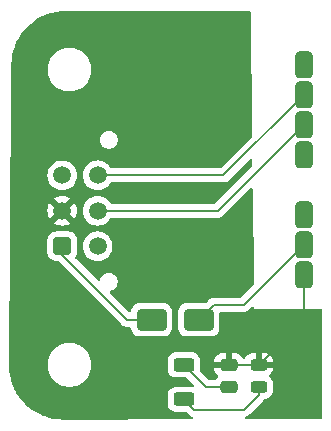
<source format=gbr>
%TF.GenerationSoftware,KiCad,Pcbnew,8.0.4*%
%TF.CreationDate,2024-11-03T19:16:22-06:00*%
%TF.ProjectId,M1 Schematic,4d312053-6368-4656-9d61-7469632e6b69,rev?*%
%TF.SameCoordinates,Original*%
%TF.FileFunction,Copper,L1,Top*%
%TF.FilePolarity,Positive*%
%FSLAX46Y46*%
G04 Gerber Fmt 4.6, Leading zero omitted, Abs format (unit mm)*
G04 Created by KiCad (PCBNEW 8.0.4) date 2024-11-03 19:16:22*
%MOMM*%
%LPD*%
G01*
G04 APERTURE LIST*
G04 Aperture macros list*
%AMRoundRect*
0 Rectangle with rounded corners*
0 $1 Rounding radius*
0 $2 $3 $4 $5 $6 $7 $8 $9 X,Y pos of 4 corners*
0 Add a 4 corners polygon primitive as box body*
4,1,4,$2,$3,$4,$5,$6,$7,$8,$9,$2,$3,0*
0 Add four circle primitives for the rounded corners*
1,1,$1+$1,$2,$3*
1,1,$1+$1,$4,$5*
1,1,$1+$1,$6,$7*
1,1,$1+$1,$8,$9*
0 Add four rect primitives between the rounded corners*
20,1,$1+$1,$2,$3,$4,$5,0*
20,1,$1+$1,$4,$5,$6,$7,0*
20,1,$1+$1,$6,$7,$8,$9,0*
20,1,$1+$1,$8,$9,$2,$3,0*%
G04 Aperture macros list end*
%TA.AperFunction,SMDPad,CuDef*%
%ADD10RoundRect,0.250000X0.475000X-0.250000X0.475000X0.250000X-0.475000X0.250000X-0.475000X-0.250000X0*%
%TD*%
%TA.AperFunction,SMDPad,CuDef*%
%ADD11RoundRect,0.243750X-0.456250X0.243750X-0.456250X-0.243750X0.456250X-0.243750X0.456250X0.243750X0*%
%TD*%
%TA.AperFunction,SMDPad,CuDef*%
%ADD12RoundRect,0.381000X0.381000X-0.762000X0.381000X0.762000X-0.381000X0.762000X-0.381000X-0.762000X0*%
%TD*%
%TA.AperFunction,SMDPad,CuDef*%
%ADD13RoundRect,0.250000X1.000000X0.650000X-1.000000X0.650000X-1.000000X-0.650000X1.000000X-0.650000X0*%
%TD*%
%TA.AperFunction,ComponentPad*%
%ADD14RoundRect,0.250001X0.499999X-0.499999X0.499999X0.499999X-0.499999X0.499999X-0.499999X-0.499999X0*%
%TD*%
%TA.AperFunction,ComponentPad*%
%ADD15C,1.500000*%
%TD*%
%TA.AperFunction,SMDPad,CuDef*%
%ADD16RoundRect,0.250000X-0.625000X0.312500X-0.625000X-0.312500X0.625000X-0.312500X0.625000X0.312500X0*%
%TD*%
%TA.AperFunction,Conductor*%
%ADD17C,0.200000*%
%TD*%
G04 APERTURE END LIST*
D10*
%TO.P,C1,1*%
%TO.N,Net-(D1-K)*%
X155730000Y-108180000D03*
%TO.P,C1,2*%
%TO.N,GND*%
X155730000Y-106280000D03*
%TD*%
D11*
%TO.P,D2,1,K*%
%TO.N,GND*%
X158270000Y-106280000D03*
%TO.P,D2,2,A*%
%TO.N,Net-(D2-A)*%
X158270000Y-108155000D03*
%TD*%
D12*
%TO.P,SPAN02A2,1,Vin-*%
%TO.N,GND*%
X162080000Y-98660000D03*
%TO.P,SPAN02A2,2,Vin+*%
%TO.N,Net-(D1-K)*%
X162080000Y-96120000D03*
%TO.P,SPAN02A2,3,RC*%
%TO.N,unconnected-(SPAN02A2-RC-Pad3)*%
X162080000Y-93580000D03*
%TO.P,SPAN02A2,5,NC*%
%TO.N,unconnected-(SPAN02A2-NC-Pad5)*%
X162080000Y-88500000D03*
%TO.P,SPAN02A2,6,Vout+*%
%TO.N,+12P*%
X162080000Y-85960000D03*
%TO.P,SPAN02A2,7,Vout-*%
%TO.N,GNDD*%
X162080000Y-83420000D03*
%TO.P,SPAN02A2,8,NC*%
%TO.N,unconnected-(SPAN02A2-NC-Pad8)*%
X162080000Y-80880000D03*
%TD*%
D13*
%TO.P,D1,1,K*%
%TO.N,Net-(D1-K)*%
X153190000Y-102470000D03*
%TO.P,D1,2,A*%
%TO.N,Net-(D1-A)*%
X149190000Y-102470000D03*
%TD*%
D14*
%TO.P,J1,1,Pin_1*%
%TO.N,Net-(D1-A)*%
X141630000Y-96230000D03*
D15*
%TO.P,J1,2,Pin_2*%
%TO.N,GND*%
X141630000Y-93230000D03*
%TO.P,J1,3,Pin_3*%
%TO.N,unconnected-(J1-Pin_3-Pad3)*%
X141630000Y-90230000D03*
%TO.P,J1,4,Pin_4*%
%TO.N,unconnected-(J1-Pin_4-Pad4)*%
X144630000Y-96230000D03*
%TO.P,J1,5,Pin_5*%
%TO.N,+12P*%
X144630000Y-93230000D03*
%TO.P,J1,6,Pin_6*%
%TO.N,GNDD*%
X144630000Y-90230000D03*
%TD*%
D16*
%TO.P,R1,1*%
%TO.N,Net-(D1-K)*%
X151920000Y-106280000D03*
%TO.P,R1,2*%
%TO.N,Net-(D2-A)*%
X151920000Y-109205000D03*
%TD*%
D17*
%TO.N,Net-(D2-A)*%
X158270000Y-108820000D02*
X158270000Y-108155000D01*
X152805000Y-110090000D02*
X157000000Y-110090000D01*
X151920000Y-109205000D02*
X152805000Y-110090000D01*
X157000000Y-110090000D02*
X158270000Y-108820000D01*
%TO.N,Net-(D1-K)*%
X154460000Y-101200000D02*
X157000000Y-101200000D01*
X157000000Y-101200000D02*
X162080000Y-96120000D01*
X153820000Y-108180000D02*
X155730000Y-108180000D01*
X151920000Y-106280000D02*
X153820000Y-108180000D01*
X153190000Y-102470000D02*
X154460000Y-101200000D01*
%TO.N,GND*%
X162080000Y-102470000D02*
X158270000Y-106280000D01*
X155730000Y-106280000D02*
X158270000Y-106280000D01*
X162080000Y-98660000D02*
X162080000Y-102470000D01*
%TO.N,Net-(D1-A)*%
X141630000Y-96979999D02*
X147120001Y-102470000D01*
X141630000Y-96230000D02*
X141630000Y-96979999D01*
X147120001Y-102470000D02*
X149190000Y-102470000D01*
%TO.N,GNDD*%
X144630000Y-90230000D02*
X155270000Y-90230000D01*
X155270000Y-90230000D02*
X162080000Y-83420000D01*
%TO.N,+12P*%
X144630000Y-93230000D02*
X154810000Y-93230000D01*
X154810000Y-93230000D02*
X162080000Y-85960000D01*
%TD*%
%TA.AperFunction,Conductor*%
%TO.N,GND*%
G36*
X157458198Y-76321694D02*
G01*
X157525220Y-76341426D01*
X157570937Y-76394263D01*
X157582098Y-76444270D01*
X157702048Y-86895922D01*
X157683134Y-86963183D01*
X157665737Y-86985026D01*
X155057584Y-89593181D01*
X154996261Y-89626666D01*
X154969903Y-89629500D01*
X145800655Y-89629500D01*
X145733616Y-89609815D01*
X145699080Y-89576623D01*
X145591599Y-89423124D01*
X145550179Y-89381704D01*
X145436877Y-89268402D01*
X145257639Y-89142898D01*
X145257640Y-89142898D01*
X145257638Y-89142897D01*
X145158484Y-89096661D01*
X145059330Y-89050425D01*
X145059326Y-89050424D01*
X145059322Y-89050422D01*
X144847977Y-88993793D01*
X144630002Y-88974723D01*
X144629998Y-88974723D01*
X144484682Y-88987436D01*
X144412023Y-88993793D01*
X144412020Y-88993793D01*
X144200677Y-89050422D01*
X144200668Y-89050426D01*
X144002361Y-89142898D01*
X144002357Y-89142900D01*
X143823121Y-89268402D01*
X143668402Y-89423121D01*
X143542900Y-89602357D01*
X143542898Y-89602361D01*
X143450426Y-89800668D01*
X143450422Y-89800677D01*
X143393793Y-90012020D01*
X143393793Y-90012024D01*
X143374723Y-90229997D01*
X143374723Y-90230002D01*
X143393793Y-90447975D01*
X143393793Y-90447979D01*
X143450422Y-90659322D01*
X143450424Y-90659326D01*
X143450425Y-90659330D01*
X143496661Y-90758484D01*
X143542897Y-90857638D01*
X143542898Y-90857639D01*
X143668402Y-91036877D01*
X143823123Y-91191598D01*
X144002361Y-91317102D01*
X144200670Y-91409575D01*
X144412023Y-91466207D01*
X144594926Y-91482208D01*
X144629998Y-91485277D01*
X144630000Y-91485277D01*
X144630002Y-91485277D01*
X144658254Y-91482805D01*
X144847977Y-91466207D01*
X145059330Y-91409575D01*
X145257639Y-91317102D01*
X145436877Y-91191598D01*
X145591598Y-91036877D01*
X145699081Y-90883374D01*
X145753657Y-90839751D01*
X145800655Y-90830500D01*
X155183331Y-90830500D01*
X155183347Y-90830501D01*
X155190943Y-90830501D01*
X155349054Y-90830501D01*
X155349057Y-90830501D01*
X155501785Y-90789577D01*
X155551904Y-90760639D01*
X155638716Y-90710520D01*
X155750520Y-90598716D01*
X155750520Y-90598714D01*
X155760728Y-90588507D01*
X155760730Y-90588504D01*
X157513630Y-88835603D01*
X157574949Y-88802121D01*
X157644641Y-88807105D01*
X157700574Y-88848977D01*
X157724991Y-88914441D01*
X157725299Y-88921864D01*
X157730868Y-89407101D01*
X157711954Y-89474362D01*
X157694557Y-89496205D01*
X154597584Y-92593181D01*
X154536261Y-92626666D01*
X154509903Y-92629500D01*
X145800655Y-92629500D01*
X145733616Y-92609815D01*
X145699080Y-92576623D01*
X145591599Y-92423124D01*
X145591596Y-92423121D01*
X145436877Y-92268402D01*
X145298978Y-92171844D01*
X145257638Y-92142897D01*
X145103204Y-92070884D01*
X145059330Y-92050425D01*
X145059326Y-92050424D01*
X145059322Y-92050422D01*
X144847977Y-91993793D01*
X144630002Y-91974723D01*
X144629998Y-91974723D01*
X144504609Y-91985693D01*
X144412023Y-91993793D01*
X144412020Y-91993793D01*
X144200677Y-92050422D01*
X144200668Y-92050426D01*
X144002361Y-92142898D01*
X144002357Y-92142900D01*
X143823121Y-92268402D01*
X143668402Y-92423121D01*
X143542900Y-92602357D01*
X143542898Y-92602361D01*
X143450426Y-92800668D01*
X143450422Y-92800677D01*
X143393793Y-93012020D01*
X143393793Y-93012024D01*
X143374723Y-93229997D01*
X143374723Y-93230002D01*
X143393793Y-93447975D01*
X143393793Y-93447979D01*
X143450422Y-93659322D01*
X143450424Y-93659326D01*
X143450425Y-93659330D01*
X143488042Y-93740000D01*
X143542897Y-93857638D01*
X143542898Y-93857639D01*
X143668402Y-94036877D01*
X143823123Y-94191598D01*
X144002361Y-94317102D01*
X144200670Y-94409575D01*
X144412023Y-94466207D01*
X144594926Y-94482208D01*
X144629998Y-94485277D01*
X144630000Y-94485277D01*
X144630002Y-94485277D01*
X144658254Y-94482805D01*
X144847977Y-94466207D01*
X145059330Y-94409575D01*
X145257639Y-94317102D01*
X145436877Y-94191598D01*
X145591598Y-94036877D01*
X145699081Y-93883374D01*
X145753657Y-93839751D01*
X145800655Y-93830500D01*
X154723331Y-93830500D01*
X154723347Y-93830501D01*
X154730943Y-93830501D01*
X154889054Y-93830501D01*
X154889057Y-93830501D01*
X155041785Y-93789577D01*
X155091904Y-93760639D01*
X155178716Y-93710520D01*
X155290520Y-93598716D01*
X155290520Y-93598714D01*
X155300728Y-93588507D01*
X155300729Y-93588504D01*
X157542451Y-91346783D01*
X157603769Y-91313301D01*
X157673461Y-91318285D01*
X157729394Y-91360157D01*
X157753811Y-91425621D01*
X157754119Y-91433044D01*
X157846148Y-99451822D01*
X157827234Y-99519083D01*
X157809837Y-99540926D01*
X156787584Y-100563181D01*
X156726261Y-100596666D01*
X156699903Y-100599500D01*
X154539057Y-100599500D01*
X154380942Y-100599500D01*
X154228215Y-100640423D01*
X154228214Y-100640423D01*
X154228212Y-100640424D01*
X154228209Y-100640425D01*
X154178096Y-100669359D01*
X154178095Y-100669360D01*
X154134689Y-100694420D01*
X154091285Y-100719479D01*
X154091282Y-100719481D01*
X153979478Y-100831286D01*
X153777582Y-101033181D01*
X153716259Y-101066666D01*
X153689901Y-101069500D01*
X152139998Y-101069500D01*
X152139981Y-101069501D01*
X152037203Y-101080000D01*
X152037200Y-101080001D01*
X151870668Y-101135185D01*
X151870663Y-101135187D01*
X151721342Y-101227289D01*
X151597289Y-101351342D01*
X151505187Y-101500663D01*
X151505185Y-101500668D01*
X151488943Y-101549685D01*
X151450001Y-101667203D01*
X151450001Y-101667204D01*
X151450000Y-101667204D01*
X151439500Y-101769983D01*
X151439500Y-103170001D01*
X151439501Y-103170018D01*
X151450000Y-103272796D01*
X151450001Y-103272799D01*
X151505185Y-103439331D01*
X151505186Y-103439334D01*
X151597288Y-103588656D01*
X151721344Y-103712712D01*
X151870666Y-103804814D01*
X152037203Y-103859999D01*
X152139991Y-103870500D01*
X154240008Y-103870499D01*
X154342797Y-103859999D01*
X154509334Y-103804814D01*
X154658656Y-103712712D01*
X154782712Y-103588656D01*
X154874814Y-103439334D01*
X154929999Y-103272797D01*
X154940500Y-103170009D01*
X154940499Y-101924499D01*
X154960184Y-101857461D01*
X155012987Y-101811706D01*
X155064499Y-101800500D01*
X156913331Y-101800500D01*
X156913347Y-101800501D01*
X156920943Y-101800501D01*
X157079054Y-101800501D01*
X157079057Y-101800501D01*
X157231785Y-101759577D01*
X157281904Y-101730639D01*
X157368716Y-101680520D01*
X157480520Y-101568716D01*
X157480521Y-101568713D01*
X157657732Y-101391501D01*
X157719050Y-101358020D01*
X157788741Y-101363004D01*
X157844675Y-101404875D01*
X157869092Y-101470340D01*
X157869400Y-101477762D01*
X157869999Y-101529999D01*
X157870000Y-101530000D01*
X163526000Y-101530000D01*
X163593039Y-101549685D01*
X163638794Y-101602489D01*
X163650000Y-101654000D01*
X163650000Y-110772865D01*
X163630315Y-110839904D01*
X163577511Y-110885659D01*
X163526072Y-110896865D01*
X157237245Y-110900507D01*
X157170194Y-110880861D01*
X157124408Y-110828084D01*
X157114425Y-110758931D01*
X157143413Y-110695359D01*
X157202169Y-110657550D01*
X157205047Y-110656741D01*
X157231785Y-110649577D01*
X157281904Y-110620639D01*
X157368716Y-110570520D01*
X157480520Y-110458716D01*
X157480520Y-110458714D01*
X157490728Y-110448507D01*
X157490730Y-110448504D01*
X158638713Y-109300521D01*
X158638716Y-109300520D01*
X158750520Y-109188716D01*
X158750524Y-109188708D01*
X158753858Y-109184364D01*
X158810282Y-109143155D01*
X158839637Y-109136483D01*
X158877775Y-109132587D01*
X159042925Y-109077862D01*
X159191003Y-108986526D01*
X159314026Y-108863503D01*
X159405362Y-108715425D01*
X159460087Y-108550275D01*
X159470500Y-108448348D01*
X159470500Y-107861652D01*
X159460087Y-107759725D01*
X159405362Y-107594575D01*
X159405358Y-107594569D01*
X159405357Y-107594566D01*
X159314028Y-107446500D01*
X159314025Y-107446496D01*
X159191003Y-107323474D01*
X159190995Y-107323468D01*
X159189812Y-107322738D01*
X159189171Y-107322025D01*
X159185336Y-107318993D01*
X159185854Y-107318337D01*
X159143091Y-107270787D01*
X159131875Y-107201823D01*
X159159723Y-107137743D01*
X159185123Y-107115738D01*
X159185023Y-107115612D01*
X159187842Y-107113382D01*
X159189832Y-107111659D01*
X159190692Y-107111128D01*
X159313629Y-106988191D01*
X159404903Y-106840214D01*
X159404905Y-106840209D01*
X159459592Y-106675173D01*
X159469999Y-106573315D01*
X159470000Y-106573302D01*
X159470000Y-106530000D01*
X158144000Y-106530000D01*
X158076961Y-106510315D01*
X158031206Y-106457511D01*
X158020000Y-106406000D01*
X158020000Y-106030000D01*
X158520000Y-106030000D01*
X159470000Y-106030000D01*
X159470000Y-105986697D01*
X159469999Y-105986684D01*
X159459592Y-105884826D01*
X159404905Y-105719790D01*
X159404903Y-105719785D01*
X159313629Y-105571808D01*
X159190691Y-105448870D01*
X159042714Y-105357596D01*
X159042709Y-105357594D01*
X158877673Y-105302907D01*
X158775815Y-105292500D01*
X158520000Y-105292500D01*
X158520000Y-106030000D01*
X158020000Y-106030000D01*
X158020000Y-105292500D01*
X157764184Y-105292500D01*
X157662326Y-105302907D01*
X157497290Y-105357594D01*
X157497285Y-105357596D01*
X157349308Y-105448870D01*
X157226370Y-105571808D01*
X157135096Y-105719785D01*
X157135093Y-105719793D01*
X157131406Y-105730919D01*
X157091631Y-105788362D01*
X157027113Y-105815182D01*
X156958338Y-105802863D01*
X156907141Y-105755318D01*
X156895995Y-105730911D01*
X156889356Y-105710877D01*
X156889356Y-105710875D01*
X156797315Y-105561654D01*
X156673345Y-105437684D01*
X156524124Y-105345643D01*
X156524119Y-105345641D01*
X156357697Y-105290494D01*
X156357690Y-105290493D01*
X156254986Y-105280000D01*
X155980000Y-105280000D01*
X155980000Y-106406000D01*
X155960315Y-106473039D01*
X155907511Y-106518794D01*
X155856000Y-106530000D01*
X154505001Y-106530000D01*
X154505001Y-106579986D01*
X154515494Y-106682697D01*
X154570641Y-106849119D01*
X154570643Y-106849124D01*
X154662684Y-106998345D01*
X154786655Y-107122316D01*
X154786659Y-107122319D01*
X154789656Y-107124168D01*
X154791279Y-107125972D01*
X154792323Y-107126798D01*
X154792181Y-107126976D01*
X154836381Y-107176116D01*
X154847602Y-107245079D01*
X154819759Y-107309161D01*
X154789661Y-107335241D01*
X154786349Y-107337283D01*
X154786343Y-107337288D01*
X154662289Y-107461342D01*
X154662288Y-107461344D01*
X154625846Y-107520427D01*
X154625741Y-107520597D01*
X154573793Y-107567321D01*
X154520202Y-107579500D01*
X154120098Y-107579500D01*
X154053059Y-107559815D01*
X154032417Y-107543181D01*
X153321986Y-106832750D01*
X153288501Y-106771427D01*
X153286309Y-106732470D01*
X153295500Y-106642509D01*
X153295499Y-105980013D01*
X154505000Y-105980013D01*
X154505000Y-106030000D01*
X155480000Y-106030000D01*
X155480000Y-105280000D01*
X155205029Y-105280000D01*
X155205012Y-105280001D01*
X155102302Y-105290494D01*
X154935880Y-105345641D01*
X154935875Y-105345643D01*
X154786654Y-105437684D01*
X154662684Y-105561654D01*
X154570643Y-105710875D01*
X154570641Y-105710880D01*
X154515494Y-105877302D01*
X154515493Y-105877309D01*
X154505000Y-105980013D01*
X153295499Y-105980013D01*
X153295499Y-105917492D01*
X153284999Y-105814703D01*
X153229814Y-105648166D01*
X153137712Y-105498844D01*
X153013656Y-105374788D01*
X152876993Y-105290494D01*
X152864336Y-105282687D01*
X152864331Y-105282685D01*
X152856228Y-105280000D01*
X152697797Y-105227501D01*
X152697795Y-105227500D01*
X152595010Y-105217000D01*
X151244998Y-105217000D01*
X151244981Y-105217001D01*
X151142203Y-105227500D01*
X151142200Y-105227501D01*
X150975668Y-105282685D01*
X150975663Y-105282687D01*
X150826342Y-105374789D01*
X150702289Y-105498842D01*
X150610187Y-105648163D01*
X150610185Y-105648168D01*
X150598345Y-105683900D01*
X150555001Y-105814703D01*
X150555001Y-105814704D01*
X150555000Y-105814704D01*
X150544500Y-105917483D01*
X150544500Y-106642501D01*
X150544501Y-106642519D01*
X150555000Y-106745296D01*
X150555001Y-106745299D01*
X150589406Y-106849124D01*
X150610186Y-106911834D01*
X150702288Y-107061156D01*
X150826344Y-107185212D01*
X150975666Y-107277314D01*
X151142203Y-107332499D01*
X151244991Y-107343000D01*
X152082401Y-107342999D01*
X152149440Y-107362683D01*
X152170082Y-107379318D01*
X152724732Y-107933968D01*
X152758217Y-107995291D01*
X152753233Y-108064983D01*
X152711361Y-108120916D01*
X152645897Y-108145333D01*
X152624450Y-108145007D01*
X152595012Y-108142000D01*
X151244998Y-108142000D01*
X151244981Y-108142001D01*
X151142203Y-108152500D01*
X151142200Y-108152501D01*
X150975668Y-108207685D01*
X150975663Y-108207687D01*
X150826342Y-108299789D01*
X150702289Y-108423842D01*
X150610187Y-108573163D01*
X150610185Y-108573168D01*
X150590058Y-108633908D01*
X150555001Y-108739703D01*
X150555001Y-108739704D01*
X150555000Y-108739704D01*
X150544500Y-108842483D01*
X150544500Y-109567501D01*
X150544501Y-109567519D01*
X150555000Y-109670296D01*
X150555001Y-109670299D01*
X150610185Y-109836831D01*
X150610187Y-109836836D01*
X150645069Y-109893388D01*
X150702288Y-109986156D01*
X150826344Y-110110212D01*
X150975666Y-110202314D01*
X151142203Y-110257499D01*
X151244991Y-110268000D01*
X152082402Y-110267999D01*
X152149441Y-110287683D01*
X152170083Y-110304318D01*
X152320139Y-110454374D01*
X152320149Y-110454385D01*
X152324479Y-110458715D01*
X152324480Y-110458716D01*
X152436284Y-110570520D01*
X152523095Y-110620639D01*
X152523097Y-110620641D01*
X152573213Y-110649576D01*
X152573215Y-110649577D01*
X152609989Y-110659430D01*
X152669649Y-110695795D01*
X152700178Y-110758641D01*
X152691884Y-110828017D01*
X152647398Y-110881895D01*
X152580847Y-110903170D01*
X152577967Y-110903205D01*
X141712732Y-110909497D01*
X141707252Y-110909379D01*
X141316277Y-110892310D01*
X141305501Y-110891367D01*
X141216792Y-110879688D01*
X140920151Y-110840634D01*
X140909498Y-110838756D01*
X140530021Y-110754628D01*
X140519572Y-110751828D01*
X140148879Y-110634949D01*
X140138714Y-110631249D01*
X140113106Y-110620642D01*
X139992098Y-110570519D01*
X139779618Y-110482507D01*
X139769814Y-110477935D01*
X139425057Y-110298465D01*
X139415689Y-110293057D01*
X139087869Y-110084213D01*
X139079008Y-110078008D01*
X138770646Y-109841394D01*
X138762359Y-109834440D01*
X138475795Y-109571853D01*
X138468146Y-109564204D01*
X138205559Y-109277640D01*
X138198605Y-109269353D01*
X137961991Y-108960991D01*
X137955786Y-108952130D01*
X137899324Y-108863503D01*
X137746941Y-108624309D01*
X137741534Y-108614942D01*
X137577475Y-108299789D01*
X137562061Y-108270178D01*
X137557492Y-108260381D01*
X137408744Y-107901270D01*
X137405055Y-107891135D01*
X137288168Y-107520416D01*
X137285374Y-107509990D01*
X137201241Y-107130493D01*
X137199365Y-107119848D01*
X137198824Y-107115738D01*
X137148630Y-106734477D01*
X137147690Y-106723743D01*
X137130648Y-106333425D01*
X137130534Y-106327136D01*
X137131792Y-106158711D01*
X140389500Y-106158711D01*
X140389500Y-106401288D01*
X140421161Y-106641785D01*
X140483947Y-106876104D01*
X140576773Y-107100205D01*
X140576777Y-107100214D01*
X140592125Y-107126798D01*
X140698064Y-107310289D01*
X140698066Y-107310292D01*
X140698067Y-107310293D01*
X140845733Y-107502736D01*
X140845739Y-107502743D01*
X141017256Y-107674260D01*
X141017263Y-107674266D01*
X141052222Y-107701091D01*
X141209711Y-107821936D01*
X141419788Y-107943224D01*
X141643900Y-108036054D01*
X141878211Y-108098838D01*
X142045913Y-108120916D01*
X142118711Y-108130500D01*
X142118712Y-108130500D01*
X142361289Y-108130500D01*
X142409388Y-108124167D01*
X142601789Y-108098838D01*
X142836100Y-108036054D01*
X143060212Y-107943224D01*
X143270289Y-107821936D01*
X143462738Y-107674265D01*
X143634265Y-107502738D01*
X143781936Y-107310289D01*
X143903224Y-107100212D01*
X143996054Y-106876100D01*
X144058838Y-106641789D01*
X144090500Y-106401288D01*
X144090500Y-106158712D01*
X144058838Y-105918211D01*
X143996054Y-105683900D01*
X143903224Y-105459788D01*
X143781936Y-105249711D01*
X143634265Y-105057262D01*
X143634260Y-105057256D01*
X143462743Y-104885739D01*
X143462736Y-104885733D01*
X143270293Y-104738067D01*
X143270292Y-104738066D01*
X143270289Y-104738064D01*
X143060212Y-104616776D01*
X143060205Y-104616773D01*
X142836104Y-104523947D01*
X142601785Y-104461161D01*
X142361289Y-104429500D01*
X142361288Y-104429500D01*
X142118712Y-104429500D01*
X142118711Y-104429500D01*
X141878214Y-104461161D01*
X141643895Y-104523947D01*
X141419794Y-104616773D01*
X141419785Y-104616777D01*
X141209706Y-104738067D01*
X141017263Y-104885733D01*
X141017256Y-104885739D01*
X140845739Y-105057256D01*
X140845733Y-105057263D01*
X140698067Y-105249706D01*
X140576777Y-105459785D01*
X140576773Y-105459794D01*
X140483947Y-105683895D01*
X140421161Y-105918214D01*
X140389500Y-106158711D01*
X137131792Y-106158711D01*
X137210052Y-95679984D01*
X140379500Y-95679984D01*
X140379500Y-96780015D01*
X140390000Y-96882795D01*
X140390001Y-96882796D01*
X140445186Y-97049335D01*
X140445187Y-97049337D01*
X140537286Y-97198651D01*
X140537289Y-97198655D01*
X140661344Y-97322710D01*
X140661348Y-97322713D01*
X140810662Y-97414812D01*
X140810664Y-97414813D01*
X140810666Y-97414814D01*
X140977203Y-97469999D01*
X141079992Y-97480500D01*
X141229904Y-97480500D01*
X141296943Y-97500185D01*
X141317585Y-97516819D01*
X146635140Y-102834374D01*
X146635150Y-102834385D01*
X146639480Y-102838715D01*
X146639481Y-102838716D01*
X146751285Y-102950520D01*
X146838096Y-103000639D01*
X146838098Y-103000641D01*
X146876152Y-103022611D01*
X146888216Y-103029577D01*
X147040944Y-103070501D01*
X147040947Y-103070501D01*
X147206654Y-103070501D01*
X147206670Y-103070500D01*
X147317357Y-103070500D01*
X147384396Y-103090185D01*
X147430151Y-103142989D01*
X147440715Y-103181898D01*
X147450001Y-103272797D01*
X147450001Y-103272799D01*
X147505185Y-103439331D01*
X147505186Y-103439334D01*
X147597288Y-103588656D01*
X147721344Y-103712712D01*
X147870666Y-103804814D01*
X148037203Y-103859999D01*
X148139991Y-103870500D01*
X150240008Y-103870499D01*
X150342797Y-103859999D01*
X150509334Y-103804814D01*
X150658656Y-103712712D01*
X150782712Y-103588656D01*
X150874814Y-103439334D01*
X150929999Y-103272797D01*
X150940500Y-103170009D01*
X150940499Y-101769992D01*
X150929999Y-101667203D01*
X150874814Y-101500666D01*
X150782712Y-101351344D01*
X150658656Y-101227288D01*
X150509334Y-101135186D01*
X150342797Y-101080001D01*
X150342795Y-101080000D01*
X150240010Y-101069500D01*
X148139998Y-101069500D01*
X148139981Y-101069501D01*
X148037203Y-101080000D01*
X148037200Y-101080001D01*
X147870668Y-101135185D01*
X147870663Y-101135187D01*
X147721342Y-101227289D01*
X147597289Y-101351342D01*
X147505187Y-101500663D01*
X147505185Y-101500668D01*
X147450001Y-101667204D01*
X147448583Y-101673827D01*
X147446753Y-101673435D01*
X147423824Y-101729596D01*
X147366635Y-101769735D01*
X147296823Y-101772583D01*
X147239198Y-101739962D01*
X145679520Y-100180284D01*
X145646035Y-100118961D01*
X145651019Y-100049269D01*
X145692891Y-99993336D01*
X145743008Y-99970985D01*
X145791830Y-99961275D01*
X145930232Y-99903947D01*
X146054791Y-99820719D01*
X146160719Y-99714791D01*
X146243947Y-99590232D01*
X146301275Y-99451830D01*
X146330500Y-99304903D01*
X146330500Y-99155097D01*
X146301275Y-99008170D01*
X146243947Y-98869768D01*
X146243946Y-98869767D01*
X146243943Y-98869761D01*
X146160719Y-98745209D01*
X146160716Y-98745205D01*
X146054794Y-98639283D01*
X146054790Y-98639280D01*
X145930238Y-98556056D01*
X145930229Y-98556051D01*
X145791830Y-98498725D01*
X145791822Y-98498723D01*
X145644907Y-98469500D01*
X145644903Y-98469500D01*
X145495097Y-98469500D01*
X145495092Y-98469500D01*
X145348177Y-98498723D01*
X145348169Y-98498725D01*
X145209770Y-98556051D01*
X145209761Y-98556056D01*
X145085209Y-98639280D01*
X145085205Y-98639283D01*
X144979283Y-98745205D01*
X144979280Y-98745209D01*
X144896056Y-98869761D01*
X144896051Y-98869770D01*
X144838725Y-99008169D01*
X144838723Y-99008174D01*
X144829013Y-99056991D01*
X144796627Y-99118901D01*
X144735911Y-99153475D01*
X144666141Y-99149734D01*
X144619715Y-99120479D01*
X142782571Y-97283335D01*
X142749086Y-97222012D01*
X142754070Y-97152320D01*
X142764709Y-97130566D01*
X142814814Y-97049334D01*
X142869999Y-96882797D01*
X142880500Y-96780008D01*
X142880500Y-96229997D01*
X143374723Y-96229997D01*
X143374723Y-96230002D01*
X143393793Y-96447975D01*
X143393793Y-96447979D01*
X143450422Y-96659322D01*
X143450424Y-96659326D01*
X143450425Y-96659330D01*
X143496661Y-96758484D01*
X143542897Y-96857638D01*
X143542898Y-96857639D01*
X143668402Y-97036877D01*
X143823123Y-97191598D01*
X144002361Y-97317102D01*
X144200670Y-97409575D01*
X144412023Y-97466207D01*
X144594926Y-97482208D01*
X144629998Y-97485277D01*
X144630000Y-97485277D01*
X144630002Y-97485277D01*
X144658254Y-97482805D01*
X144847977Y-97466207D01*
X145059330Y-97409575D01*
X145257639Y-97317102D01*
X145436877Y-97191598D01*
X145591598Y-97036877D01*
X145717102Y-96857639D01*
X145809575Y-96659330D01*
X145866207Y-96447977D01*
X145885277Y-96230000D01*
X145866207Y-96012023D01*
X145809575Y-95800670D01*
X145717102Y-95602362D01*
X145717100Y-95602359D01*
X145717099Y-95602357D01*
X145591599Y-95423124D01*
X145579137Y-95410662D01*
X145436877Y-95268402D01*
X145257639Y-95142898D01*
X145257640Y-95142898D01*
X145257638Y-95142897D01*
X145158484Y-95096661D01*
X145059330Y-95050425D01*
X145059326Y-95050424D01*
X145059322Y-95050422D01*
X144847977Y-94993793D01*
X144630002Y-94974723D01*
X144629998Y-94974723D01*
X144484682Y-94987436D01*
X144412023Y-94993793D01*
X144412020Y-94993793D01*
X144200677Y-95050422D01*
X144200668Y-95050426D01*
X144002361Y-95142898D01*
X144002357Y-95142900D01*
X143823121Y-95268402D01*
X143668402Y-95423121D01*
X143542900Y-95602357D01*
X143542898Y-95602361D01*
X143450426Y-95800668D01*
X143450422Y-95800677D01*
X143393793Y-96012020D01*
X143393793Y-96012024D01*
X143374723Y-96229997D01*
X142880500Y-96229997D01*
X142880500Y-95679992D01*
X142869999Y-95577203D01*
X142814814Y-95410666D01*
X142727064Y-95268403D01*
X142722713Y-95261348D01*
X142722710Y-95261344D01*
X142598655Y-95137289D01*
X142598651Y-95137286D01*
X142449337Y-95045187D01*
X142449335Y-95045186D01*
X142294240Y-94993793D01*
X142282797Y-94990001D01*
X142282795Y-94990000D01*
X142180015Y-94979500D01*
X142180008Y-94979500D01*
X141079992Y-94979500D01*
X141079984Y-94979500D01*
X140977204Y-94990000D01*
X140977203Y-94990001D01*
X140810664Y-95045186D01*
X140810662Y-95045187D01*
X140661348Y-95137286D01*
X140661344Y-95137289D01*
X140537289Y-95261344D01*
X140537286Y-95261348D01*
X140445187Y-95410662D01*
X140445186Y-95410664D01*
X140390001Y-95577203D01*
X140390000Y-95577204D01*
X140379500Y-95679984D01*
X137210052Y-95679984D01*
X137228350Y-93229999D01*
X140375225Y-93229999D01*
X140375225Y-93230000D01*
X140394287Y-93447884D01*
X140394289Y-93447894D01*
X140450894Y-93659150D01*
X140450898Y-93659159D01*
X140543333Y-93857387D01*
X140586874Y-93919571D01*
X141138871Y-93367574D01*
X141154755Y-93426853D01*
X141221898Y-93543147D01*
X141316853Y-93638102D01*
X141433147Y-93705245D01*
X141492424Y-93721128D01*
X140940427Y-94273124D01*
X141002612Y-94316666D01*
X141200840Y-94409101D01*
X141200849Y-94409105D01*
X141412105Y-94465710D01*
X141412115Y-94465712D01*
X141629999Y-94484775D01*
X141630001Y-94484775D01*
X141847884Y-94465712D01*
X141847894Y-94465710D01*
X142059150Y-94409105D01*
X142059164Y-94409100D01*
X142257383Y-94316669D01*
X142257385Y-94316668D01*
X142319571Y-94273124D01*
X141767575Y-93721127D01*
X141826853Y-93705245D01*
X141943147Y-93638102D01*
X142038102Y-93543147D01*
X142105245Y-93426853D01*
X142121128Y-93367574D01*
X142673124Y-93919570D01*
X142716668Y-93857385D01*
X142716669Y-93857383D01*
X142809100Y-93659164D01*
X142809105Y-93659150D01*
X142865710Y-93447894D01*
X142865712Y-93447884D01*
X142884775Y-93230000D01*
X142884775Y-93229999D01*
X142865712Y-93012115D01*
X142865710Y-93012105D01*
X142809105Y-92800849D01*
X142809101Y-92800840D01*
X142716667Y-92602614D01*
X142716666Y-92602612D01*
X142673124Y-92540428D01*
X142673124Y-92540427D01*
X142121127Y-93092423D01*
X142105245Y-93033147D01*
X142038102Y-92916853D01*
X141943147Y-92821898D01*
X141826853Y-92754755D01*
X141767574Y-92738871D01*
X142319571Y-92186874D01*
X142257387Y-92143333D01*
X142059159Y-92050898D01*
X142059150Y-92050894D01*
X141847894Y-91994289D01*
X141847884Y-91994287D01*
X141630001Y-91975225D01*
X141629999Y-91975225D01*
X141412115Y-91994287D01*
X141412105Y-91994289D01*
X141200849Y-92050894D01*
X141200840Y-92050898D01*
X141002613Y-92143333D01*
X140940428Y-92186874D01*
X141492425Y-92738871D01*
X141433147Y-92754755D01*
X141316853Y-92821898D01*
X141221898Y-92916853D01*
X141154755Y-93033147D01*
X141138871Y-93092425D01*
X140586874Y-92540428D01*
X140543333Y-92602613D01*
X140450898Y-92800840D01*
X140450894Y-92800849D01*
X140394289Y-93012105D01*
X140394287Y-93012115D01*
X140375225Y-93229999D01*
X137228350Y-93229999D01*
X137250756Y-90229997D01*
X140374723Y-90229997D01*
X140374723Y-90230002D01*
X140393793Y-90447975D01*
X140393793Y-90447979D01*
X140450422Y-90659322D01*
X140450424Y-90659326D01*
X140450425Y-90659330D01*
X140496661Y-90758484D01*
X140542897Y-90857638D01*
X140542898Y-90857639D01*
X140668402Y-91036877D01*
X140823123Y-91191598D01*
X141002361Y-91317102D01*
X141200670Y-91409575D01*
X141412023Y-91466207D01*
X141594926Y-91482208D01*
X141629998Y-91485277D01*
X141630000Y-91485277D01*
X141630002Y-91485277D01*
X141658254Y-91482805D01*
X141847977Y-91466207D01*
X142059330Y-91409575D01*
X142257639Y-91317102D01*
X142436877Y-91191598D01*
X142591598Y-91036877D01*
X142717102Y-90857639D01*
X142809575Y-90659330D01*
X142866207Y-90447977D01*
X142885277Y-90230000D01*
X142866207Y-90012023D01*
X142809575Y-89800670D01*
X142717102Y-89602362D01*
X142717100Y-89602359D01*
X142717099Y-89602357D01*
X142591599Y-89423124D01*
X142550179Y-89381704D01*
X142436877Y-89268402D01*
X142257639Y-89142898D01*
X142257640Y-89142898D01*
X142257638Y-89142897D01*
X142158484Y-89096661D01*
X142059330Y-89050425D01*
X142059326Y-89050424D01*
X142059322Y-89050422D01*
X141847977Y-88993793D01*
X141630002Y-88974723D01*
X141629998Y-88974723D01*
X141484682Y-88987436D01*
X141412023Y-88993793D01*
X141412020Y-88993793D01*
X141200677Y-89050422D01*
X141200668Y-89050426D01*
X141002361Y-89142898D01*
X141002357Y-89142900D01*
X140823121Y-89268402D01*
X140668402Y-89423121D01*
X140542900Y-89602357D01*
X140542898Y-89602361D01*
X140450426Y-89800668D01*
X140450422Y-89800677D01*
X140393793Y-90012020D01*
X140393793Y-90012024D01*
X140374723Y-90229997D01*
X137250756Y-90229997D01*
X137273721Y-87155092D01*
X144809500Y-87155092D01*
X144809500Y-87304907D01*
X144838723Y-87451822D01*
X144838725Y-87451830D01*
X144896051Y-87590229D01*
X144896056Y-87590238D01*
X144979280Y-87714790D01*
X144979283Y-87714794D01*
X145085205Y-87820716D01*
X145085209Y-87820719D01*
X145209761Y-87903943D01*
X145209767Y-87903946D01*
X145209768Y-87903947D01*
X145348170Y-87961275D01*
X145495092Y-87990499D01*
X145495096Y-87990500D01*
X145495097Y-87990500D01*
X145644904Y-87990500D01*
X145644905Y-87990499D01*
X145791830Y-87961275D01*
X145930232Y-87903947D01*
X146054791Y-87820719D01*
X146160719Y-87714791D01*
X146243947Y-87590232D01*
X146301275Y-87451830D01*
X146330500Y-87304903D01*
X146330500Y-87155097D01*
X146301275Y-87008170D01*
X146243947Y-86869768D01*
X146243946Y-86869767D01*
X146243943Y-86869761D01*
X146160719Y-86745209D01*
X146160716Y-86745205D01*
X146054794Y-86639283D01*
X146054790Y-86639280D01*
X145930238Y-86556056D01*
X145930229Y-86556051D01*
X145791830Y-86498725D01*
X145791822Y-86498723D01*
X145644907Y-86469500D01*
X145644903Y-86469500D01*
X145495097Y-86469500D01*
X145495092Y-86469500D01*
X145348177Y-86498723D01*
X145348169Y-86498725D01*
X145209770Y-86556051D01*
X145209761Y-86556056D01*
X145085209Y-86639280D01*
X145085205Y-86639283D01*
X144979283Y-86745205D01*
X144979280Y-86745209D01*
X144896056Y-86869761D01*
X144896051Y-86869770D01*
X144838725Y-87008169D01*
X144838723Y-87008177D01*
X144809500Y-87155092D01*
X137273721Y-87155092D01*
X137318505Y-81158711D01*
X140389500Y-81158711D01*
X140389500Y-81401288D01*
X140421161Y-81641785D01*
X140483947Y-81876104D01*
X140576773Y-82100205D01*
X140576776Y-82100212D01*
X140698064Y-82310289D01*
X140698066Y-82310292D01*
X140698067Y-82310293D01*
X140845733Y-82502736D01*
X140845739Y-82502743D01*
X141017256Y-82674260D01*
X141017262Y-82674265D01*
X141209711Y-82821936D01*
X141419788Y-82943224D01*
X141643900Y-83036054D01*
X141878211Y-83098838D01*
X142058586Y-83122584D01*
X142118711Y-83130500D01*
X142118712Y-83130500D01*
X142361289Y-83130500D01*
X142409388Y-83124167D01*
X142601789Y-83098838D01*
X142836100Y-83036054D01*
X143060212Y-82943224D01*
X143270289Y-82821936D01*
X143462738Y-82674265D01*
X143634265Y-82502738D01*
X143781936Y-82310289D01*
X143903224Y-82100212D01*
X143996054Y-81876100D01*
X144058838Y-81641789D01*
X144090500Y-81401288D01*
X144090500Y-81158712D01*
X144058838Y-80918211D01*
X143996054Y-80683900D01*
X143903224Y-80459788D01*
X143781936Y-80249711D01*
X143634265Y-80057262D01*
X143634260Y-80057256D01*
X143462743Y-79885739D01*
X143462736Y-79885733D01*
X143270293Y-79738067D01*
X143270292Y-79738066D01*
X143270289Y-79738064D01*
X143060212Y-79616776D01*
X143060205Y-79616773D01*
X142836104Y-79523947D01*
X142601785Y-79461161D01*
X142361289Y-79429500D01*
X142361288Y-79429500D01*
X142118712Y-79429500D01*
X142118711Y-79429500D01*
X141878214Y-79461161D01*
X141643895Y-79523947D01*
X141419794Y-79616773D01*
X141419785Y-79616777D01*
X141209706Y-79738067D01*
X141017263Y-79885733D01*
X141017256Y-79885739D01*
X140845739Y-80057256D01*
X140845733Y-80057263D01*
X140698067Y-80249706D01*
X140576777Y-80459785D01*
X140576773Y-80459794D01*
X140483947Y-80683895D01*
X140421161Y-80918214D01*
X140389500Y-81158711D01*
X137318505Y-81158711D01*
X137319934Y-80967407D01*
X137320500Y-80959280D01*
X137320500Y-80892690D01*
X137320618Y-80887281D01*
X137337690Y-80496253D01*
X137338629Y-80485524D01*
X137389367Y-80100137D01*
X137391240Y-80089510D01*
X137475375Y-79710004D01*
X137478166Y-79699589D01*
X137595057Y-79328857D01*
X137598741Y-79318736D01*
X137747498Y-78959603D01*
X137752056Y-78949829D01*
X137931540Y-78605045D01*
X137936935Y-78595700D01*
X138145793Y-78267858D01*
X138151983Y-78259018D01*
X138388612Y-77950637D01*
X138395550Y-77942368D01*
X138658157Y-77655783D01*
X138665783Y-77648157D01*
X138952368Y-77385550D01*
X138960637Y-77378612D01*
X139269018Y-77141983D01*
X139277858Y-77135793D01*
X139605700Y-76926935D01*
X139615045Y-76921540D01*
X139959829Y-76742056D01*
X139969603Y-76737498D01*
X140328736Y-76588741D01*
X140338857Y-76585057D01*
X140709589Y-76468166D01*
X140720004Y-76465375D01*
X141099510Y-76381240D01*
X141110137Y-76379367D01*
X141495524Y-76328629D01*
X141506253Y-76327690D01*
X141897289Y-76310618D01*
X141902727Y-76310501D01*
X157458198Y-76321694D01*
G37*
%TD.AperFunction*%
%TD*%
M02*

</source>
